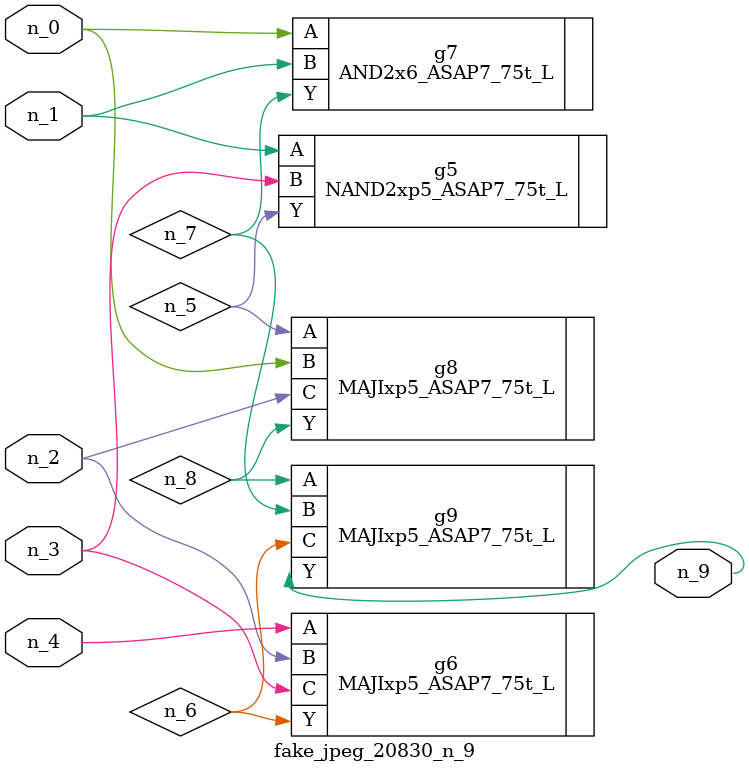
<source format=v>
module fake_jpeg_20830_n_9 (n_3, n_2, n_1, n_0, n_4, n_9);

input n_3;
input n_2;
input n_1;
input n_0;
input n_4;

output n_9;

wire n_8;
wire n_6;
wire n_5;
wire n_7;

NAND2xp5_ASAP7_75t_L g5 ( 
.A(n_1),
.B(n_3),
.Y(n_5)
);

MAJIxp5_ASAP7_75t_L g6 ( 
.A(n_4),
.B(n_2),
.C(n_3),
.Y(n_6)
);

AND2x6_ASAP7_75t_L g7 ( 
.A(n_0),
.B(n_1),
.Y(n_7)
);

MAJIxp5_ASAP7_75t_L g8 ( 
.A(n_5),
.B(n_0),
.C(n_2),
.Y(n_8)
);

MAJIxp5_ASAP7_75t_L g9 ( 
.A(n_8),
.B(n_7),
.C(n_6),
.Y(n_9)
);


endmodule
</source>
